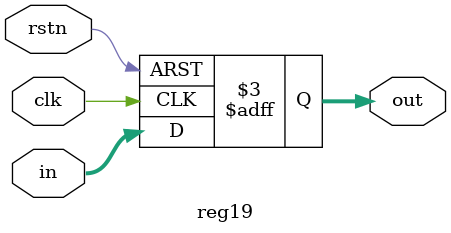
<source format=sv>
module reg19 (
	input clk, rstn,
	input [21:0] in,
	output reg [21:0] out
);

	always_ff @ (posedge clk, negedge rstn)
	if (!rstn) out <= 0;
	else out <= in;

endmodule

</source>
